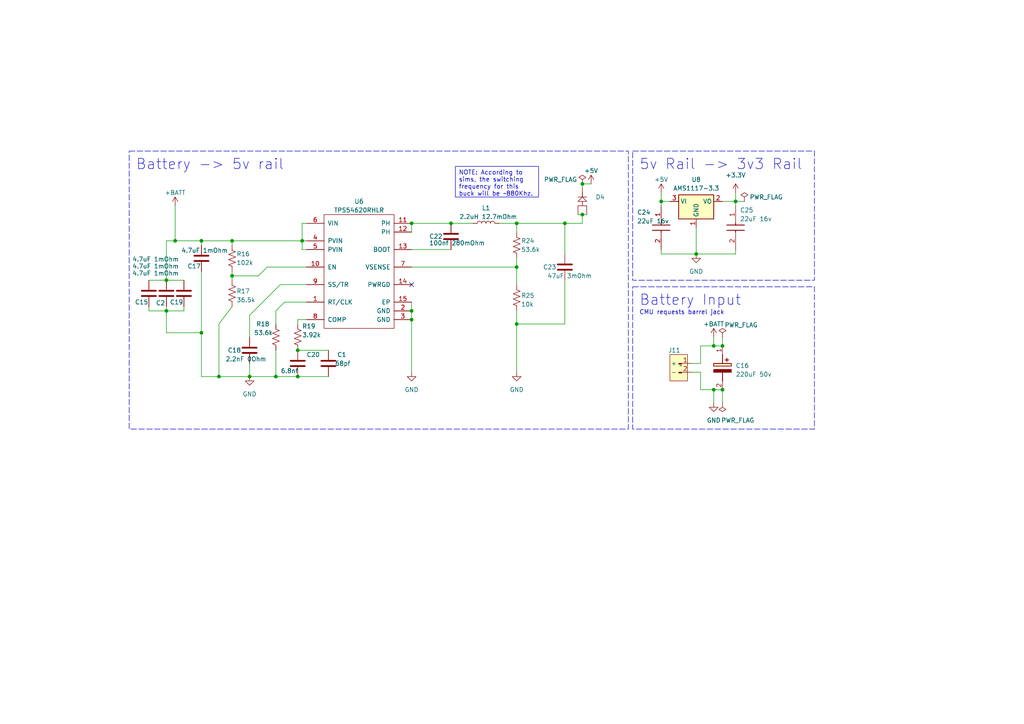
<source format=kicad_sch>
(kicad_sch (version 20231120) (generator "eeschema") (generator_version "8.0")
  (paper "A4")
  (lib_symbols
    (symbol "Device:C" (pin_numbers hide) (pin_names (offset 0.254))
      (property "Reference" "C" (at 0.635 2.54 0))
      (property "Value" "C" (at 0.635 -2.54 0))
      (symbol "C_0_1"
        (polyline (pts (xy -2.032 -0.762) (xy 2.032 -0.762)) (stroke (width 0.508)))
        (polyline (pts (xy -2.032 0.762) (xy 2.032 0.762)) (stroke (width 0.508)))
      )
      (symbol "C_1_1"
        (pin passive line (at 0 3.81 270) (length 2.794) (name "~") (number "1"))
        (pin passive line (at 0 -3.81 90) (length 2.794) (name "~") (number "2"))
      )
    )
    (symbol "Device:L" (pin_numbers hide) (pin_names (offset 1.016) hide)
      (property "Reference" "L" (at -1.27 0 90))
      (property "Value" "L" (at 1.905 0 90))
      (symbol "L_0_1"
        (arc (start 0 -2.54) (mid 0.6323 -1.905) (end 0 -1.27))
        (arc (start 0 -1.27) (mid 0.6323 -0.635) (end 0 0))
        (arc (start 0 0) (mid 0.6323 0.635) (end 0 1.27))
        (arc (start 0 1.27) (mid 0.6323 1.905) (end 0 2.54))
      )
      (symbol "L_1_1"
        (pin passive line (at 0 3.81 270) (length 1.27) (name "1") (number "1"))
        (pin passive line (at 0 -3.81 90) (length 1.27) (name "2") (number "2"))
      )
    )
    (symbol "Device:R_US" (pin_numbers hide) (pin_names (offset 0))
      (property "Reference" "R" (at 2.54 0 90))
      (property "Value" "R_US" (at -2.54 0 90))
      (symbol "R_US_0_1"
        (polyline (pts (xy 0 -2.286) (xy 0 -2.54)))
        (polyline (pts (xy 0 2.286) (xy 0 2.54)))
        (polyline (pts (xy 0 -0.762) (xy 1.016 -1.143) (xy 0 -1.524) (xy -1.016 -1.905) (xy 0 -2.286)))
        (polyline (pts (xy 0 0.762) (xy 1.016 0.381) (xy 0 0) (xy -1.016 -0.381) (xy 0 -0.762)))
        (polyline (pts (xy 0 2.286) (xy 1.016 1.905) (xy 0 1.524) (xy -1.016 1.143) (xy 0 0.762)))
      )
      (symbol "R_US_1_1"
        (pin passive line (at 0 3.81 270) (length 1.27) (name "~") (number "1"))
        (pin passive line (at 0 -3.81 90) (length 1.27) (name "~") (number "2"))
      )
    )
    (symbol "LCSC_imports:TPS54620RHLR" (pin_names (offset 1.016))
      (property "Reference" "U" (at 0 20.3962 0))
      (property "Value" "TPS54620RHLR" (at 0 25.4762 0))
      (symbol "TPS54620RHLR_1_1"
        (rectangle (start -10.16 17.78) (end 10.16 -15.24) (stroke (width 0.1524)))
        (pin input line (at -15.24 -7.62 0) (length 5.08) (name "RT/CLK") (number "1"))
        (pin input line (at -15.24 2.54 0) (length 5.08) (name "EN") (number "10"))
        (pin power_in line (at 15.24 15.24 180) (length 5.08) (name "PH") (number "11"))
        (pin power_in line (at 15.24 12.7 180) (length 5.08) (name "PH") (number "12"))
        (pin input line (at 15.24 7.62 180) (length 5.08) (name "BOOT") (number "13"))
        (pin input line (at 15.24 -2.54 180) (length 5.08) (name "PWRGD") (number "14"))
        (pin power_in line (at 15.24 -7.62 180) (length 5.08) (name "EP") (number "15"))
        (pin power_in line (at 15.24 -10.16 180) (length 5.08) (name "GND") (number "2"))
        (pin power_in line (at 15.24 -12.7 180) (length 5.08) (name "GND") (number "3"))
        (pin power_in line (at -15.24 10.16 0) (length 5.08) (name "PVIN") (number "4"))
        (pin power_in line (at -15.24 7.62 0) (length 5.08) (name "PVIN") (number "5"))
        (pin power_in line (at -15.24 15.24 0) (length 5.08) (name "VIN") (number "6"))
        (pin input line (at 15.24 2.54 180) (length 5.08) (name "VSENSE") (number "7"))
        (pin input line (at -15.24 -12.7 0) (length 5.08) (name "COMP") (number "8"))
        (pin input line (at -15.24 -2.54 0) (length 5.08) (name "SS/TR") (number "9"))
      )
    )
    (symbol "Regulator_Linear:AMS1117-3.3"
      (property "Reference" "U" (at -3.81 3.175 0))
      (property "Value" "AMS1117-3.3" (at 0 3.175 0))
      (symbol "AMS1117-3.3_0_1"
        (rectangle (start -5.08 -5.08) (end 5.08 1.905) (stroke (width 0.254)) (fill (type background)))
      )
      (symbol "AMS1117-3.3_1_1"
        (pin power_in line (at 0 -7.62 90) (length 2.54) (name "GND") (number "1"))
        (pin power_out line (at 7.62 0 180) (length 2.54) (name "VO") (number "2"))
        (pin power_in line (at -7.62 0 0) (length 2.54) (name "VI") (number "3"))
      )
    )
    (symbol "aaa_SamacSys_Parts:CL21A226MQQNNNE" (pin_names hide)
      (property "Reference" "C" (at 8.89 6.35 0))
      (property "Value" "CL21A226MQQNNNE" (at 8.89 3.81 0))
      (symbol "CL21A226MQQNNNE_1_1"
        (polyline (pts (xy 5.08 0) (xy 5.588 0)) (stroke (width 0.254)))
        (polyline (pts (xy 5.588 2.54) (xy 5.588 -2.54)) (stroke (width 0.254)))
        (polyline (pts (xy 7.112 0) (xy 7.62 0)) (stroke (width 0.254)))
        (polyline (pts (xy 7.112 2.54) (xy 7.112 -2.54)) (stroke (width 0.254)))
        (pin passive line (at 0 0 0) (length 5.08) (name "1") (number "1"))
        (pin passive line (at 12.7 0 180) (length 5.08) (name "2") (number "2"))
      )
    )
    (symbol "easyeda:Schottky_SB1045L_C908747" (pin_numbers hide) (pin_names (offset 1.016) hide)
      (property "Reference" "D" (at 0 5.334 0))
      (property "Value" "Schottky_SB1045L_C908747" (at 0 10.414 0))
      (symbol "Schottky_SB1045L_C908747_1_1"
        (polyline (pts (xy -2.54 0) (xy -1.27 0)) (stroke (width 0.1524)))
        (polyline (pts (xy -1.27 -1.27) (xy -1.27 1.27)) (stroke (width 0.1524)))
        (polyline (pts (xy 0 0) (xy 1.27 0)) (stroke (width 0.1524)))
        (polyline (pts (xy 1.27 -1.27) (xy 1.27 1.27)) (stroke (width 0.1524)))
        (polyline (pts (xy 0 -1.27) (xy -1.27 0) (xy 0 1.27) (xy 0 -1.27)) (stroke (width 0.1524)))
        (pin input line (at 3.81 1.27 180) (length 2.54) (name "A") (number "1"))
        (pin input line (at -3.81 0 0) (length 2.54) (name "K") (number "2"))
        (pin input line (at 3.81 -1.27 180) (length 2.54) (name "A") (number "3"))
      )
    )
    (symbol "motorgo_components:RGA221M1EBK-0811G" (pin_names hide)
      (property "Reference" "C" (at 8.89 6.35 0))
      (property "Value" "RGA221M1EBK-0811G" (at 8.89 3.81 0))
      (symbol "RGA221M1EBK-0811G_1_1"
        (polyline (pts (xy 2.54 0) (xy 5.08 0)) (stroke (width 0.254)))
        (polyline (pts (xy 4.064 1.778) (xy 4.064 0.762)) (stroke (width 0.254)))
        (polyline (pts (xy 4.572 1.27) (xy 3.556 1.27)) (stroke (width 0.254)))
        (polyline (pts (xy 7.62 0) (xy 10.16 0)) (stroke (width 0.254)))
        (polyline (pts (xy 7.62 2.54) (xy 7.62 -2.54) (xy 6.858 -2.54) (xy 6.858 2.54) (xy 7.62 2.54)) (stroke (width 0.254)) (fill (type outline)))
        (rectangle (start 5.08 2.54) (end 5.842 -2.54) (stroke (width 0.254)) (fill (type background)))
        (pin passive line (at 0 0 0) (length 2.54) (name "+") (number "1"))
        (pin passive line (at 12.7 0 180) (length 2.54) (name "-") (number "2"))
      )
    )
    (symbol "motorgo_components:xt30"
      (property "Reference" "J" (at -3.175 4.445 0))
      (symbol "xt30_1_1"
        (rectangle (start -2.54 3.81) (end 2.54 -3.81) (fill (type background)))
        (rectangle (start 0 -1.27) (end 0.8636 -1.524) (stroke (width 0.1524)) (fill (type outline)))
        (polyline (pts (xy 0.635 -1.27) (xy 0.2286 -1.27)) (stroke (width 0.1524)))
        (polyline (pts (xy 0.635 1.27) (xy 0.2286 1.27)) (stroke (width 0.1524)))
        (rectangle (start 0 1.27) (end 0.8636 1.016) (stroke (width 0.1524)) (fill (type outline)))
        (pin power_in line (at 3.81 1.27 180) (length 3.81) (name "+") (number "1"))
        (pin power_in line (at 3.81 -1.27 180) (length 3.81) (name "-") (number "2"))
      )
    )
    (symbol "power:+3.3V" (power) (pin_names (offset 0))
      (property "Value" "+3.3V" (at 0 3.556 0))
      (symbol "+3.3V_0_1"
        (polyline (pts (xy -0.762 1.27) (xy 0 2.54)))
        (polyline (pts (xy 0 0) (xy 0 2.54)))
        (polyline (pts (xy 0 2.54) (xy 0.762 1.27)))
      )
      (symbol "+3.3V_1_1"
        (pin power_in line (at 0 0 90) (length 0) hide (name "+3.3V") (number "1"))
      )
    )
    (symbol "power:+5V" (power) (pin_names (offset 0))
      (property "Value" "+5V" (at 0 3.556 0))
      (symbol "+5V_0_1"
        (polyline (pts (xy -0.762 1.27) (xy 0 2.54)))
        (polyline (pts (xy 0 0) (xy 0 2.54)))
        (polyline (pts (xy 0 2.54) (xy 0.762 1.27)))
      )
      (symbol "+5V_1_1"
        (pin power_in line (at 0 0 90) (length 0) hide (name "+5V") (number "1"))
      )
    )
    (symbol "power:+BATT" (power) (pin_names (offset 0))
      (property "Value" "+BATT" (at 0 3.556 0))
      (symbol "+BATT_0_1"
        (polyline (pts (xy -0.762 1.27) (xy 0 2.54)))
        (polyline (pts (xy 0 0) (xy 0 2.54)))
        (polyline (pts (xy 0 2.54) (xy 0.762 1.27)))
      )
      (symbol "+BATT_1_1"
        (pin power_in line (at 0 0 90) (length 0) hide (name "+BATT") (number "1"))
      )
    )
    (symbol "power:GND" (power) (pin_names (offset 0))
      (property "Value" "GND" (at 0 -3.81 0))
      (symbol "GND_0_1"
        (polyline (pts (xy 0 0) (xy 0 -1.27) (xy 1.27 -1.27) (xy 0 -2.54) (xy -1.27 -1.27) (xy 0 -1.27)))
      )
      (symbol "GND_1_1"
        (pin power_in line (at 0 0 270) (length 0) hide (name "GND") (number "1"))
      )
    )
    (symbol "power:PWR_FLAG" (power) (pin_numbers hide) (pin_names (offset 0) hide)
      (property "Value" "PWR_FLAG" (at 0 3.81 0))
      (symbol "PWR_FLAG_0_0"
        (pin power_out line (at 0 0 90) (length 0) (name "pwr") (number "1"))
      )
      (symbol "PWR_FLAG_0_1"
        (polyline (pts (xy 0 0) (xy 0 1.27) (xy -1.016 1.905) (xy 0 2.54) (xy 1.016 1.905) (xy 0 1.27)))
      )
    )
  )
  (junction (at 119.38 90.17))
  (junction (at 209.55 100.33))
  (junction (at 119.38 64.77))
  (junction (at 50.8 69.85))
  (junction (at 213.36 58.42))
  (junction (at 191.77 58.42))
  (junction (at 63.5 109.22))
  (junction (at 201.93 73.66))
  (junction (at 87.63 69.85))
  (junction (at 130.81 64.77))
  (junction (at 58.42 69.85))
  (junction (at 48.26 81.28))
  (junction (at 149.86 93.98))
  (junction (at 168.91 62.23))
  (junction (at 207.01 113.03))
  (junction (at 86.36 109.22))
  (junction (at 119.38 92.71))
  (junction (at 149.86 64.77))
  (junction (at 149.86 77.47))
  (junction (at 67.31 69.85))
  (junction (at 209.55 113.03))
  (junction (at 58.42 96.52))
  (junction (at 72.39 109.22))
  (junction (at 48.26 90.17))
  (junction (at 67.31 80.01))
  (junction (at 86.36 101.6))
  (junction (at 80.01 109.22))
  (junction (at 207.01 100.33))
  (junction (at 168.91 53.34))
  (junction (at 163.83 64.77))
  (no_connect (at 119.38 82.55))
  (wire (pts (xy 67.31 69.85) (xy 67.31 71.12)))
  (wire (pts (xy 149.86 90.17) (xy 149.86 93.98)))
  (wire (pts (xy 80.01 109.22) (xy 86.36 109.22)))
  (wire (pts (xy 130.81 64.77) (xy 137.16 64.77)))
  (wire (pts (xy 191.77 73.66) (xy 191.77 72.39)))
  (wire (pts (xy 86.36 109.22) (xy 95.25 109.22)))
  (wire (pts (xy 48.26 81.28) (xy 43.18 81.28)))
  (wire (pts (xy 203.2 107.95) (xy 200.66 107.95)))
  (wire (pts (xy 67.31 80.01) (xy 67.31 81.28)))
  (wire (pts (xy 149.86 64.77) (xy 149.86 67.31)))
  (wire (pts (xy 81.28 82.55) (xy 88.9 82.55)))
  (wire (pts (xy 191.77 59.69) (xy 191.77 58.42)))
  (wire (pts (xy 119.38 92.71) (xy 119.38 107.95)))
  (wire (pts (xy 87.63 69.85) (xy 67.31 69.85)))
  (wire (pts (xy 58.42 69.85) (xy 67.31 69.85)))
  (wire (pts (xy 168.91 54.61) (xy 168.91 53.34)))
  (wire (pts (xy 53.34 88.9) (xy 53.34 90.17)))
  (wire (pts (xy 48.26 96.52) (xy 58.42 96.52)))
  (wire (pts (xy 149.86 77.47) (xy 149.86 82.55)))
  (wire (pts (xy 67.31 78.74) (xy 67.31 80.01)))
  (wire (pts (xy 203.2 100.33) (xy 207.01 100.33)))
  (wire (pts (xy 209.55 58.42) (xy 213.36 58.42)))
  (wire (pts (xy 168.91 62.23) (xy 168.91 64.77)))
  (wire (pts (xy 167.64 62.23) (xy 168.91 62.23)))
  (wire (pts (xy 82.55 87.63) (xy 80.01 90.17)))
  (wire (pts (xy 213.36 73.66) (xy 213.36 72.39)))
  (wire (pts (xy 58.42 96.52) (xy 58.42 109.22)))
  (wire (pts (xy 48.26 96.52) (xy 48.26 90.17)))
  (wire (pts (xy 87.63 72.39) (xy 88.9 72.39)))
  (wire (pts (xy 82.55 87.63) (xy 88.9 87.63)))
  (wire (pts (xy 87.63 64.77) (xy 88.9 64.77)))
  (wire (pts (xy 77.47 77.47) (xy 74.93 80.01)))
  (wire (pts (xy 203.2 105.41) (xy 200.66 105.41)))
  (wire (pts (xy 201.93 73.66) (xy 213.36 73.66)))
  (wire (pts (xy 43.18 90.17) (xy 43.18 88.9)))
  (wire (pts (xy 67.31 88.9) (xy 63.5 93.98)))
  (wire (pts (xy 149.86 64.77) (xy 163.83 64.77)))
  (wire (pts (xy 63.5 109.22) (xy 72.39 109.22)))
  (wire (pts (xy 48.26 88.9) (xy 48.26 90.17)))
  (wire (pts (xy 119.38 90.17) (xy 119.38 92.71)))
  (wire (pts (xy 203.2 100.33) (xy 203.2 105.41)))
  (wire (pts (xy 87.63 64.77) (xy 87.63 69.85)))
  (wire (pts (xy 207.01 113.03) (xy 209.55 113.03)))
  (wire (pts (xy 80.01 90.17) (xy 80.01 93.98)))
  (wire (pts (xy 209.55 113.03) (xy 209.55 116.84)))
  (wire (pts (xy 58.42 109.22) (xy 63.5 109.22)))
  (wire (pts (xy 163.83 81.28) (xy 163.83 93.98)))
  (wire (pts (xy 191.77 55.88) (xy 191.77 58.42)))
  (wire (pts (xy 149.86 93.98) (xy 149.86 107.95)))
  (wire (pts (xy 209.55 97.79) (xy 209.55 100.33)))
  (wire (pts (xy 86.36 92.71) (xy 88.9 92.71)))
  (wire (pts (xy 43.18 90.17) (xy 48.26 90.17)))
  (wire (pts (xy 58.42 78.74) (xy 58.42 96.52)))
  (wire (pts (xy 119.38 64.77) (xy 130.81 64.77)))
  (wire (pts (xy 67.31 80.01) (xy 74.93 80.01)))
  (wire (pts (xy 119.38 64.77) (xy 119.38 67.31)))
  (wire (pts (xy 203.2 113.03) (xy 203.2 107.95)))
  (wire (pts (xy 168.91 62.23) (xy 170.18 62.23)))
  (wire (pts (xy 72.39 91.44) (xy 72.39 97.79)))
  (wire (pts (xy 168.91 53.34) (xy 171.45 53.34)))
  (wire (pts (xy 119.38 72.39) (xy 130.81 72.39)))
  (wire (pts (xy 48.26 81.28) (xy 53.34 81.28)))
  (wire (pts (xy 72.39 109.22) (xy 80.01 109.22)))
  (wire (pts (xy 168.91 64.77) (xy 163.83 64.77)))
  (wire (pts (xy 86.36 92.71) (xy 86.36 93.98)))
  (wire (pts (xy 88.9 77.47) (xy 77.47 77.47)))
  (wire (pts (xy 207.01 113.03) (xy 207.01 116.84)))
  (wire (pts (xy 87.63 69.85) (xy 87.63 72.39)))
  (wire (pts (xy 203.2 113.03) (xy 207.01 113.03)))
  (wire (pts (xy 213.36 58.42) (xy 215.9 58.42)))
  (wire (pts (xy 48.26 90.17) (xy 53.34 90.17)))
  (wire (pts (xy 119.38 87.63) (xy 119.38 90.17)))
  (wire (pts (xy 86.36 101.6) (xy 95.25 101.6)))
  (wire (pts (xy 201.93 66.04) (xy 201.93 73.66)))
  (wire (pts (xy 87.63 69.85) (xy 88.9 69.85)))
  (wire (pts (xy 58.42 69.85) (xy 58.42 71.12)))
  (wire (pts (xy 72.39 105.41) (xy 72.39 109.22)))
  (wire (pts (xy 119.38 77.47) (xy 149.86 77.47)))
  (wire (pts (xy 50.8 69.85) (xy 58.42 69.85)))
  (wire (pts (xy 207.01 100.33) (xy 209.55 100.33)))
  (wire (pts (xy 144.78 64.77) (xy 149.86 64.77)))
  (wire (pts (xy 163.83 64.77) (xy 163.83 73.66)))
  (wire (pts (xy 48.26 69.85) (xy 50.8 69.85)))
  (wire (pts (xy 191.77 73.66) (xy 201.93 73.66)))
  (wire (pts (xy 63.5 109.22) (xy 63.5 93.98)))
  (wire (pts (xy 50.8 59.69) (xy 50.8 69.85)))
  (wire (pts (xy 81.28 82.55) (xy 72.39 91.44)))
  (wire (pts (xy 149.86 74.93) (xy 149.86 77.47)))
  (wire (pts (xy 213.36 58.42) (xy 213.36 59.69)))
  (wire (pts (xy 213.36 55.88) (xy 213.36 58.42)))
  (wire (pts (xy 191.77 58.42) (xy 194.31 58.42)))
  (wire (pts (xy 149.86 93.98) (xy 163.83 93.98)))
  (wire (pts (xy 207.01 97.79) (xy 207.01 100.33)))
  (wire (pts (xy 48.26 69.85) (xy 48.26 81.28)))
  (wire (pts (xy 80.01 101.6) (xy 80.01 109.22)))
  (rectangle (start 183.515 43.815) (end 236.22 81.28) (stroke (width 0) (type dash)))
  (rectangle (start 37.465 43.815) (end 182.245 124.46) (stroke (width 0) (type dash)))
  (rectangle (start 226.695 125.095) (end 226.695 125.095))
  (rectangle (start 183.515 83.185) (end 236.22 124.46) (stroke (width 0) (type dash)))
  (text_box "NOTE: According to sims, the switching frequency for this buck will be ~880Khz." (at 132.08 48.26 0) (size 24.13 8.89) (effects (font (size 1.27 1.27)) (justify left top)))
  (text "Battery -> 5v rail" (at 39.37 49.53 0) (effects (font (size 3 3)) (justify left bottom)))
  (text "CMU requests barrel jack" (at 185.42 91.44 0) (effects (font (size 1.27 1.27)) (justify left bottom)))
  (text "Battery Input\n" (at 185.42 88.9 0) (effects (font (size 3 3)) (justify left bottom)))
  (text "5v Rail -> 3v3 Rail" (at 185.42 49.53 0) (effects (font (size 3 3)) (justify left bottom)))
  (symbol (lib_id "aaa_SamacSys_Parts:CL21A226MQQNNNE") (at 191.77 59.69 270) (unit 1)
    (property "Reference" "C24" (at 184.785 61.595 90) (effects (justify left)))
    (property "Value" "22uF 16v" (at 184.785 64.135 90) (effects (justify left)))
    (property "Footprint" "Capacitor_SMD:C_0603_1608Metric" (effects (hide yes)))
    (property "Datasheet" "https://www.lcsc.com/product-detail/Multilayer-Ceramic-Capacitors-MLCC-SMD-SMT_Samsung-Electro-Mechanics-CL10A226MO7JZNC_C2762594.html" (effects (hide yes)))
    (property "Height" "1.4" (effects (hide yes)))
    (property "Mouser Part Number" "187-CL21A226MQQNNNE" (effects (hide yes)))
    (property "Mouser Price/Stock" "https://www.mouser.co.uk/ProductDetail/Samsung-Electro-Mechanics/CL21A226MQQNNNE?qs=349EhDEZ59oZnQF%252BO1HZ%252BQ%3D%3D" (effects (hide yes)))
    (property "Manufacturer_Name" "SAMSUNG" (effects (hide yes)))
    (property "Manufacturer_Part_Number" "CL21A226MQQNNNE" (effects (hide yes)))
    (property "LCSC_Part_Number" "C2762594" (effects (hide yes)))
  )
  (symbol (lib_id "power:PWR_FLAG") (at 215.9 58.42 0) (unit 1)
    (property "Reference" "#FLG05" (effects (hide yes)))
    (property "Value" "PWR_FLAG" (at 222.25 57.15 0))
  )
  (symbol (lib_id "power:PWR_FLAG") (at 209.55 116.84 180) (unit 1)
    (property "Reference" "#FLG02" (effects (hide yes)))
    (property "Value" "PWR_FLAG" (at 213.995 121.92 0))
  )
  (symbol (lib_id "power:+3.3V") (at 213.36 55.88 0) (unit 1)
    (property "Reference" "#PWR075" (effects (hide yes)))
    (property "Value" "+3.3V" (at 213.36 50.8 0))
  )
  (symbol (lib_id "Device:C") (at 163.83 77.47 0) (unit 1)
    (property "Reference" "C23" (at 157.48 77.47 0) (effects (justify left)))
    (property "Value" "47uF 3mOhm" (at 158.75 80.01 0) (effects (justify left)))
    (property "Footprint" "Capacitor_SMD:C_1210_3225Metric" (effects (hide yes)))
    (property "Datasheet" "https://www.lcsc.com/product-detail/Multilayer-Ceramic-Capacitors-MLCC-SMD-SMT_Chinocera-HGC1210R5476M250NSVK_C7432791.html" (effects (hide yes)))
    (property "LCSC_Part_Number" "C7432791" (effects (hide yes)))
  )
  (symbol (lib_id "Device:C") (at 130.81 68.58 0) (unit 1)
    (property "Reference" "C22" (at 124.46 68.58 0) (effects (justify left)))
    (property "Value" "100nf 280mOhm" (at 124.46 70.485 0) (effects (justify left)))
    (property "Footprint" "Capacitor_SMD:C_0402_1005Metric" (effects (hide yes)))
    (property "Datasheet" "https://www.lcsc.com/product-detail/Multilayer-Ceramic-Capacitors-MLCC-SMD-SMT_CCTC-TCC0402X5R104K250AT_C880603.html" (effects (hide yes)))
    (property "LCSC_Part_Number" "C880603" (effects (hide yes)))
  )
  (symbol (lib_id "power:GND") (at 72.39 109.22 0) (unit 1)
    (property "Reference" "#PWR061" (effects (hide yes)))
    (property "Value" "GND" (at 72.39 114.3 0))
  )
  (symbol (lib_id "power:+5V") (at 171.45 53.34 0) (mirror y) (unit 1)
    (property "Reference" "#PWR071" (effects (hide yes)))
    (property "Value" "+5V" (at 171.45 49.53 0))
  )
  (symbol (lib_id "motorgo_components:xt30") (at 196.85 106.68 0) (unit 1)
    (property "Reference" "J11" (at 195.58 101.6 0))
    (property "Value" "~" (at 197.485 106.045 0))
    (property "Footprint" "LCSC_parts:CONN-TH_DC-005-2.5A-2.0" (effects (hide yes)))
    (property "Datasheet" "https://www.lcsc.com/product-detail/DC-Power-Connector_XKB-Connection-DC-005-2-5A-2-0_C319099.html" (effects (hide yes)))
    (property "LCSC_Part_Number" "C319099" (effects (hide yes)))
  )
  (symbol (lib_id "Device:C") (at 48.26 85.09 0) (unit 1)
    (property "Reference" "C2" (at 45.212 87.884 0) (effects (justify left)))
    (property "Value" "4.7uF 1mOhm" (at 38.354 77.216 0) (effects (justify left)))
    (property "Footprint" "Capacitor_SMD:C_0805_2012Metric" (effects (hide yes)))
    (property "Datasheet" "https://www.lcsc.com/product-detail/Multilayer-Ceramic-Capacitors-MLCC-SMD-SMT_CCTC-TCC0805X5R106K250FT_C5448891.html" (effects (hide yes)))
    (property "LCSC_Part_Number" "C5448891" (effects (hide yes)))
  )
  (symbol (lib_id "power:+5V") (at 191.77 55.88 0) (unit 1)
    (property "Reference" "#PWR072" (effects (hide yes)))
    (property "Value" "+5V" (at 191.77 52.07 0))
  )
  (symbol (lib_id "Device:R_US") (at 86.36 97.79 0) (unit 1)
    (property "Reference" "R19" (at 87.63 94.615 0) (effects (justify left)))
    (property "Value" "3.92k" (at 87.63 97.155 0) (effects (justify left)))
    (property "Footprint" "Resistor_SMD:R_0402_1005Metric" (effects (hide yes)))
    (property "Datasheet" "https://www.lcsc.com/product-detail/Chip-Resistor-Surface-Mount_FOJAN-FRC0402F3401TS_C3013164.html" (effects (hide yes)))
    (property "LCSC_Part_Number" "C3013164" (effects (hide yes)))
  )
  (symbol (lib_id "Device:C") (at 86.36 105.41 0) (unit 1)
    (property "Reference" "C20" (at 88.9 102.87 0) (effects (justify left)))
    (property "Value" "6.8nf" (at 81.407 107.569 0) (effects (justify left)))
    (property "Footprint" "Capacitor_SMD:C_0201_0603Metric" (effects (hide yes)))
    (property "Datasheet" "https://www.lcsc.com/product-detail/Multilayer-Ceramic-Capacitors-MLCC-SMD-SMT_FH-Guangdong-Fenghua-Advanced-Tech-0201CG430J500NT_C3037638.html" (effects (hide yes)))
    (property "LCSC_Part_Number" "C3037638" (effects (hide yes)))
  )
  (symbol (lib_id "power:+BATT") (at 207.01 97.79 0) (unit 1)
    (property "Reference" "#PWR059" (effects (hide yes)))
    (property "Value" "+BATT" (at 207.01 93.98 0))
  )
  (symbol (lib_id "motorgo_components:RGA221M1EBK-0811G") (at 209.55 100.33 270) (unit 1)
    (property "Reference" "C16" (at 213.36 106.045 90) (effects (justify left)))
    (property "Value" "220uF 50v" (at 213.36 108.585 90) (effects (justify left)))
    (property "Footprint" "Capacitor_SMD:CP_Elec_10x10" (effects (hide yes)))
    (property "Datasheet" "https://www.lcsc.com/product-detail/Aluminum-Electrolytic-Capacitors-SMD_Nichicon-UWT1H221MNL1GS_C125977.html" (effects (hide yes)))
    (property "Height" "13" (effects (hide yes)))
    (property "Mouser Part Number" "140-RGA221M1EBK0811G" (effects (hide yes)))
    (property "Mouser Price/Stock" "https://www.mouser.co.uk/ProductDetail/Lelon/RGA221M1EBK-0811G?qs=pNDdEcSXiOD075vn7PGSsQ%3D%3D" (effects (hide yes)))
    (property "Manufacturer_Name" "Lelon" (effects (hide yes)))
    (property "Manufacturer_Part_Number" "RGA221M1EBK-0811G" (effects (hide yes)))
    (property "LCSC_Part_Number" "C125977" (effects (hide yes)))
  )
  (symbol (lib_id "power:GND") (at 149.86 107.95 0) (unit 1)
    (property "Reference" "#PWR067" (effects (hide yes)))
    (property "Value" "GND" (at 149.86 113.03 0))
  )
  (symbol (lib_id "aaa_SamacSys_Parts:CL21A226MQQNNNE") (at 213.36 59.69 270) (unit 1)
    (property "Reference" "C25" (at 214.63 60.96 90) (effects (justify left)))
    (property "Value" "22uF 16v" (at 214.63 63.5 90) (effects (justify left)))
    (property "Footprint" "Capacitor_SMD:C_0603_1608Metric" (effects (hide yes)))
    (property "Datasheet" "https://www.lcsc.com/product-detail/Multilayer-Ceramic-Capacitors-MLCC-SMD-SMT_Samsung-Electro-Mechanics-CL10A226MO7JZNC_C2762594.html" (effects (hide yes)))
    (property "Height" "1.4" (effects (hide yes)))
    (property "Mouser Part Number" "187-CL21A226MQQNNNE" (effects (hide yes)))
    (property "Mouser Price/Stock" "https://www.mouser.co.uk/ProductDetail/Samsung-Electro-Mechanics/CL21A226MQQNNNE?qs=349EhDEZ59oZnQF%252BO1HZ%252BQ%3D%3D" (effects (hide yes)))
    (property "Manufacturer_Name" "SAMSUNG" (effects (hide yes)))
    (property "Manufacturer_Part_Number" "CL21A226MQQNNNE" (effects (hide yes)))
    (property "LCSC_Part_Number" "C2762594" (effects (hide yes)))
  )
  (symbol (lib_id "power:GND") (at 201.93 73.66 0) (unit 1)
    (property "Reference" "#PWR073" (effects (hide yes)))
    (property "Value" "GND" (at 201.93 78.74 0))
  )
  (symbol (lib_id "Device:R_US") (at 80.01 97.79 0) (unit 1)
    (property "Reference" "R18" (at 74.295 93.98 0) (effects (justify left)))
    (property "Value" "53.6k" (at 73.66 96.52 0) (effects (justify left)))
    (property "Footprint" "Resistor_SMD:R_0402_1005Metric" (effects (hide yes)))
    (property "Datasheet" "https://www.lcsc.com/product-detail/Chip-Resistor-Surface-Mount_FOJAN-FRC0402F5362TS_C5153961.html" (effects (hide yes)))
    (property "LCSC_Part_Number" "C5153961" (effects (hide yes)))
  )
  (symbol (lib_id "easyeda:Schottky_SB1045L_C908747") (at 168.91 58.42 270) (unit 1)
    (property "Reference" "D4" (at 172.72 57.1499 90) (effects (justify left)))
    (property "Value" "Schottky_SB1045L_C908747" (effects (hide yes)))
    (property "Footprint" "easyeda:TO-277_3P-L5.4-W4.0-LS6.5-TR" (effects (hide yes)))
    (property "SuppliersPartNumber" "C908747" (effects (hide yes)))
    (property "uuid" "std:209a628ebac24c2f8df90420eba7d942" (effects (hide yes)))
  )
  (symbol (lib_id "power:+BATT") (at 50.8 59.69 0) (unit 1)
    (property "Reference" "#PWR058" (effects (hide yes)))
    (property "Value" "+BATT" (at 50.8 55.88 0))
  )
  (symbol (lib_id "Device:C") (at 53.34 85.09 0) (unit 1)
    (property "Reference" "C19" (at 49.276 87.63 0) (effects (justify left)))
    (property "Value" "4.7uF 1mOhm" (at 38.354 79.248 0) (effects (justify left)))
    (property "Footprint" "Capacitor_SMD:C_0805_2012Metric" (effects (hide yes)))
    (property "Datasheet" "https://www.lcsc.com/product-detail/Multilayer-Ceramic-Capacitors-MLCC-SMD-SMT_CCTC-TCC0805X5R106K250FT_C5448891.html" (effects (hide yes)))
    (property "LCSC_Part_Number" "C5448891" (effects (hide yes)))
  )
  (symbol (lib_id "power:GND") (at 119.38 107.95 0) (unit 1)
    (property "Reference" "#PWR065" (effects (hide yes)))
    (property "Value" "GND" (at 119.38 113.03 0))
  )
  (symbol (lib_id "power:GND") (at 207.01 116.84 0) (unit 1)
    (property "Reference" "#PWR060" (effects (hide yes)))
    (property "Value" "GND" (at 207.01 121.92 0))
  )
  (symbol (lib_id "Device:R_US") (at 149.86 71.12 0) (unit 1)
    (property "Reference" "R24" (at 151.13 69.85 0) (effects (justify left)))
    (property "Value" "53.6k" (at 151.13 72.39 0) (effects (justify left)))
    (property "Footprint" "Resistor_SMD:R_0402_1005Metric" (effects (hide yes)))
    (property "Datasheet" "https://www.lcsc.com/product-detail/Chip-Resistor-Surface-Mount_FOJAN-FRC0402F5232TS_C2998086.html" (effects (hide yes)))
    (property "LCSC_Part_Number" "C2998086" (effects (hide yes)))
  )
  (symbol (lib_id "Device:C") (at 95.25 105.41 0) (unit 1)
    (property "Reference" "C1" (at 97.79 102.87 0) (effects (justify left)))
    (property "Value" "68pf" (at 97.155 105.41 0) (effects (justify left)))
    (property "Footprint" "Capacitor_SMD:C_0201_0603Metric" (effects (hide yes)))
    (property "Datasheet" "https://www.lcsc.com/product-detail/Multilayer-Ceramic-Capacitors-MLCC-SMD-SMT_FH-Guangdong-Fenghua-Advanced-Tech-0201CG430J500NT_C3037638.html" (effects (hide yes)))
    (property "LCSC_Part_Number" "C3037638" (effects (hide yes)))
  )
  (symbol (lib_id "power:PWR_FLAG") (at 209.55 97.79 0) (unit 1)
    (property "Reference" "#FLG01" (effects (hide yes)))
    (property "Value" "PWR_FLAG" (at 214.983 94.2633 0))
  )
  (symbol (lib_id "Device:R_US") (at 67.31 85.09 0) (unit 1)
    (property "Reference" "R17" (at 68.58 84.455 0) (effects (justify left)))
    (property "Value" "36.5k" (at 68.58 86.995 0) (effects (justify left)))
    (property "Footprint" "Resistor_SMD:R_0402_1005Metric" (effects (hide yes)))
    (property "Datasheet" "https://www.lcsc.com/product-detail/Chip-Resistor-Surface-Mount_UNI-ROYAL-Uniroyal-Elec-0402WGF3652TCE_C25887.html" (effects (hide yes)))
    (property "LCSC_Part_Number" "C25887" (effects (hide yes)))
  )
  (symbol (lib_id "Device:C") (at 58.42 74.93 0) (unit 1)
    (property "Reference" "C17" (at 54.356 77.216 0) (effects (justify left)))
    (property "Value" "4.7uF 1mOhm" (at 52.578 72.644 0) (effects (justify left)))
    (property "Footprint" "Capacitor_SMD:C_0603_1608Metric" (effects (hide yes)))
    (property "Datasheet" "https://www.lcsc.com/product-detail/Multilayer-Ceramic-Capacitors-MLCC-SMD-SMT_HRE-CGA0603X5R475K250JT_C6119856.html" (effects (hide yes)))
    (property "LCSC_Part_Number" "C6119856" (effects (hide yes)))
  )
  (symbol (lib_id "Device:L") (at 140.97 64.77 90) (unit 1)
    (property "Reference" "L1" (at 140.97 60.325 90))
    (property "Value" "2.2uH 12.7mOhm" (at 141.605 62.865 90))
    (property "Footprint" "kicad_lceda:IND-SMD_L6.6-W6.4_CKSTT0610" (effects (hide yes)))
    (property "Datasheet" "https://www.lcsc.com/datasheet/lcsc_datasheet_2303140930_FANGCHENG-FC-ALX-6030D-3R3MT_C5370922.pdf" (effects (hide yes)))
    (property "LCSC_Part_Number" "C5440776" (effects (hide yes)))
  )
  (symbol (lib_id "LCSC_imports:TPS54620RHLR") (at 104.14 80.01 0) (unit 1)
    (property "Reference" "U6" (at 104.14 58.42 0))
    (property "Value" "TPS54620RHLR" (at 104.14 60.96 0))
    (property "Footprint" "LCSC_parts:VQFN-14_L3.5-W3.5-P0.50-TL-EP_TPS54622RHLT" (effects (hide yes)))
    (property "Datasheet" "https://www.lcsc.com/product-detail/DC-DC-Converters_Texas-Instruments-TPS54620RHLR_C263274.html" (effects (hide yes)))
    (property "SuppliersPartNumber" "C263274" (effects (hide yes)))
    (property "uuid" "std:22c093bd3f0e4f169efe6636adc161b3" (effects (hide yes)))
    (property "LCSC_Part_Number" "C263274" (effects (hide yes)))
  )
  (symbol (lib_id "Device:R_US") (at 149.86 86.36 0) (unit 1)
    (property "Reference" "R25" (at 151.13 85.725 0) (effects (justify left)))
    (property "Value" "10k" (at 151.13 88.265 0) (effects (justify left)))
    (property "Footprint" "Resistor_SMD:R_0402_1005Metric" (effects (hide yes)))
    (property "Datasheet" "https://www.lcsc.com/product-detail/Chip-Resistor-Surface-Mount_FOJAN-FRC0402J103-TS_C2906885.html" (effects (hide yes)))
    (property "LCSC_Part_Number" "C2906885" (effects (hide yes)))
  )
  (symbol (lib_id "Regulator_Linear:AMS1117-3.3") (at 201.93 58.42 0) (unit 1)
    (property "Reference" "U8" (at 201.93 52.07 0))
    (property "Value" "AMS1117-3.3" (at 201.93 54.61 0))
    (property "Footprint" "Package_TO_SOT_SMD:SOT-223-3_TabPin2" (effects (hide yes)))
    (property "Datasheet" "https://www.lcsc.com/product-detail/Linear-Voltage-Regulators-LDO_UMW-Youtai-Semiconductor-Co-Ltd-AMS1117-3-3_C347222.html" (effects (hide yes)))
    (property "LCSC_Part_Number" "C347222" (effects (hide yes)))
  )
  (symbol (lib_id "power:PWR_FLAG") (at 168.91 53.34 0) (mirror y) (unit 1)
    (property "Reference" "#FLG03" (effects (hide yes)))
    (property "Value" "PWR_FLAG" (at 162.56 52.07 0))
  )
  (symbol (lib_id "Device:C") (at 43.18 85.09 0) (unit 1)
    (property "Reference" "C15" (at 39.116 87.63 0) (effects (justify left)))
    (property "Value" "4.7uF 1mOhm" (at 38.354 75.184 0) (effects (justify left)))
    (property "Footprint" "Capacitor_SMD:C_0805_2012Metric" (effects (hide yes)))
    (property "Datasheet" "https://www.lcsc.com/product-detail/Multilayer-Ceramic-Capacitors-MLCC-SMD-SMT_CCTC-TCC0805X5R106K250FT_C5448891.html" (effects (hide yes)))
    (property "LCSC_Part_Number" "C5448891" (effects (hide yes)))
  )
  (symbol (lib_id "Device:C") (at 72.39 101.6 0) (unit 1)
    (property "Reference" "C18" (at 66.04 101.6 0) (effects (justify left)))
    (property "Value" "2.2nF 0Ohm" (at 65.405 104.14 0) (effects (justify left)))
    (property "Footprint" "Capacitor_SMD:C_0201_0603Metric" (effects (hide yes)))
    (property "Datasheet" "https://www.lcsc.com/product-detail/Multilayer-Ceramic-Capacitors-MLCC-SMD-SMT_FH-Guangdong-Fenghua-Advanced-Tech-0201X222K250NT_C285033.html" (effects (hide yes)))
    (property "LCSC_Part_Number" "C285033" (effects (hide yes)))
  )
  (symbol (lib_id "Device:R_US") (at 67.31 74.93 0) (unit 1)
    (property "Reference" "R16" (at 68.58 73.66 0) (effects (justify left)))
    (property "Value" "102k" (at 68.58 76.2 0) (effects (justify left)))
    (property "Footprint" "Resistor_SMD:R_0402_1005Metric" (effects (hide yes)))
    (property "Datasheet" "https://www.lcsc.com/product-detail/Chip-Resistor-Surface-Mount_FOJAN-FRC0402F1023TS_C2933066.html" (effects (hide yes)))
    (property "LCSC_Part_Number" "C2933066" (effects (hide yes)))
  )
)
</source>
